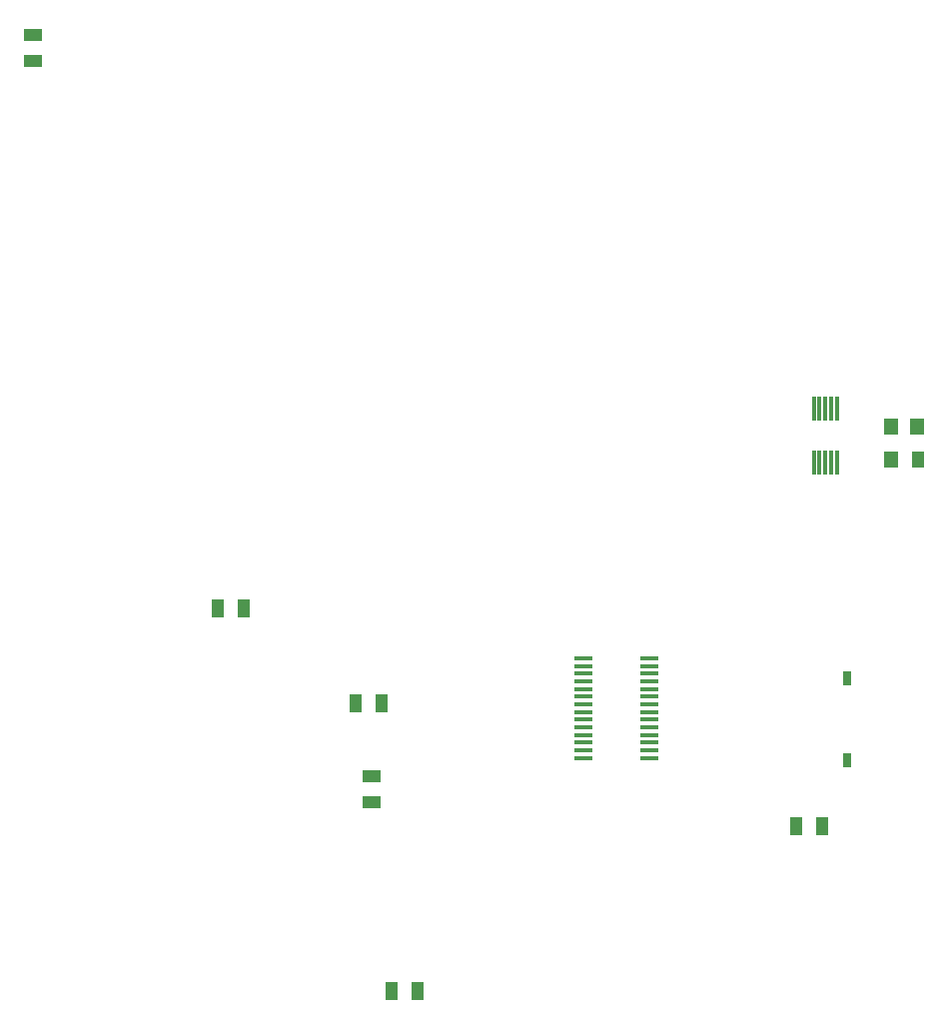
<source format=gtp>
G04*
G04 #@! TF.GenerationSoftware,Altium Limited,Altium Designer,23.7.1 (13)*
G04*
G04 Layer_Color=8421504*
%FSLAX44Y44*%
%MOMM*%
G71*
G04*
G04 #@! TF.SameCoordinates,08080B6D-4C5C-4958-99E3-925CFEBC34A3*
G04*
G04*
G04 #@! TF.FilePolarity,Positive*
G04*
G01*
G75*
G04:AMPARAMS|DCode=18|XSize=0.3mm|YSize=2mm|CornerRadius=0.015mm|HoleSize=0mm|Usage=FLASHONLY|Rotation=0.000|XOffset=0mm|YOffset=0mm|HoleType=Round|Shape=RoundedRectangle|*
%AMROUNDEDRECTD18*
21,1,0.3000,1.9700,0,0,0.0*
21,1,0.2700,2.0000,0,0,0.0*
1,1,0.0300,0.1350,-0.9850*
1,1,0.0300,-0.1350,-0.9850*
1,1,0.0300,-0.1350,0.9850*
1,1,0.0300,0.1350,0.9850*
%
%ADD18ROUNDEDRECTD18*%
G04:AMPARAMS|DCode=19|XSize=1.2mm|YSize=1.425mm|CornerRadius=0.06mm|HoleSize=0mm|Usage=FLASHONLY|Rotation=0.000|XOffset=0mm|YOffset=0mm|HoleType=Round|Shape=RoundedRectangle|*
%AMROUNDEDRECTD19*
21,1,1.2000,1.3050,0,0,0.0*
21,1,1.0800,1.4250,0,0,0.0*
1,1,0.1200,0.5400,-0.6525*
1,1,0.1200,-0.5400,-0.6525*
1,1,0.1200,-0.5400,0.6525*
1,1,0.1200,0.5400,0.6525*
%
%ADD19ROUNDEDRECTD19*%
G04:AMPARAMS|DCode=20|XSize=0.3mm|YSize=1.6mm|CornerRadius=0.015mm|HoleSize=0mm|Usage=FLASHONLY|Rotation=270.000|XOffset=0mm|YOffset=0mm|HoleType=Round|Shape=RoundedRectangle|*
%AMROUNDEDRECTD20*
21,1,0.3000,1.5700,0,0,270.0*
21,1,0.2700,1.6000,0,0,270.0*
1,1,0.0300,-0.7850,-0.1350*
1,1,0.0300,-0.7850,0.1350*
1,1,0.0300,0.7850,0.1350*
1,1,0.0300,0.7850,-0.1350*
%
%ADD20ROUNDEDRECTD20*%
G04:AMPARAMS|DCode=21|XSize=1.5mm|YSize=1.1mm|CornerRadius=0.055mm|HoleSize=0mm|Usage=FLASHONLY|Rotation=270.000|XOffset=0mm|YOffset=0mm|HoleType=Round|Shape=RoundedRectangle|*
%AMROUNDEDRECTD21*
21,1,1.5000,0.9900,0,0,270.0*
21,1,1.3900,1.1000,0,0,270.0*
1,1,0.1100,-0.4950,-0.6950*
1,1,0.1100,-0.4950,0.6950*
1,1,0.1100,0.4950,0.6950*
1,1,0.1100,0.4950,-0.6950*
%
%ADD21ROUNDEDRECTD21*%
%ADD22R,0.8000X1.2000*%
G04:AMPARAMS|DCode=23|XSize=1.5mm|YSize=1.1mm|CornerRadius=0.055mm|HoleSize=0mm|Usage=FLASHONLY|Rotation=180.000|XOffset=0mm|YOffset=0mm|HoleType=Round|Shape=RoundedRectangle|*
%AMROUNDEDRECTD23*
21,1,1.5000,0.9900,0,0,180.0*
21,1,1.3900,1.1000,0,0,180.0*
1,1,0.1100,-0.6950,0.4950*
1,1,0.1100,0.6950,0.4950*
1,1,0.1100,0.6950,-0.4950*
1,1,0.1100,-0.6950,-0.4950*
%
%ADD23ROUNDEDRECTD23*%
%ADD24R,1.1000X1.5000*%
G04:AMPARAMS|DCode=25|XSize=1mm|YSize=1.425mm|CornerRadius=0.05mm|HoleSize=0mm|Usage=FLASHONLY|Rotation=0.000|XOffset=0mm|YOffset=0mm|HoleType=Round|Shape=RoundedRectangle|*
%AMROUNDEDRECTD25*
21,1,1.0000,1.3250,0,0,0.0*
21,1,0.9000,1.4250,0,0,0.0*
1,1,0.1000,0.4500,-0.6625*
1,1,0.1000,-0.4500,-0.6625*
1,1,0.1000,-0.4500,0.6625*
1,1,0.1000,0.4500,0.6625*
%
%ADD25ROUNDEDRECTD25*%
D18*
X1419500Y896250D02*
D03*
X1424500D02*
D03*
X1419500Y849750D02*
D03*
X1409500D02*
D03*
X1429500D02*
D03*
Y896250D02*
D03*
X1414500D02*
D03*
X1409500D02*
D03*
X1424500Y849750D02*
D03*
X1414500D02*
D03*
D19*
X1475000Y881000D02*
D03*
X1497000D02*
D03*
X1475000Y853000D02*
D03*
D20*
X1214000Y684250D02*
D03*
X1270000D02*
D03*
Y599750D02*
D03*
Y606250D02*
D03*
Y612750D02*
D03*
Y619250D02*
D03*
Y625750D02*
D03*
Y632250D02*
D03*
Y638750D02*
D03*
Y645250D02*
D03*
Y651750D02*
D03*
Y658250D02*
D03*
Y664750D02*
D03*
Y671250D02*
D03*
Y677750D02*
D03*
X1214000Y599750D02*
D03*
Y606250D02*
D03*
Y612750D02*
D03*
Y619250D02*
D03*
Y625750D02*
D03*
Y632250D02*
D03*
Y638750D02*
D03*
Y645250D02*
D03*
Y651750D02*
D03*
Y658250D02*
D03*
Y664750D02*
D03*
Y671250D02*
D03*
Y677750D02*
D03*
D21*
X1043500Y646500D02*
D03*
X1021500D02*
D03*
X904000Y726500D02*
D03*
X926000D02*
D03*
D22*
X1437500Y667500D02*
D03*
Y597500D02*
D03*
D23*
X1034500Y584500D02*
D03*
Y562500D02*
D03*
X748000Y1190500D02*
D03*
Y1212500D02*
D03*
D24*
X1395000Y542000D02*
D03*
X1417000D02*
D03*
X1052000Y402500D02*
D03*
X1074000D02*
D03*
D25*
X1498000Y853000D02*
D03*
M02*

</source>
